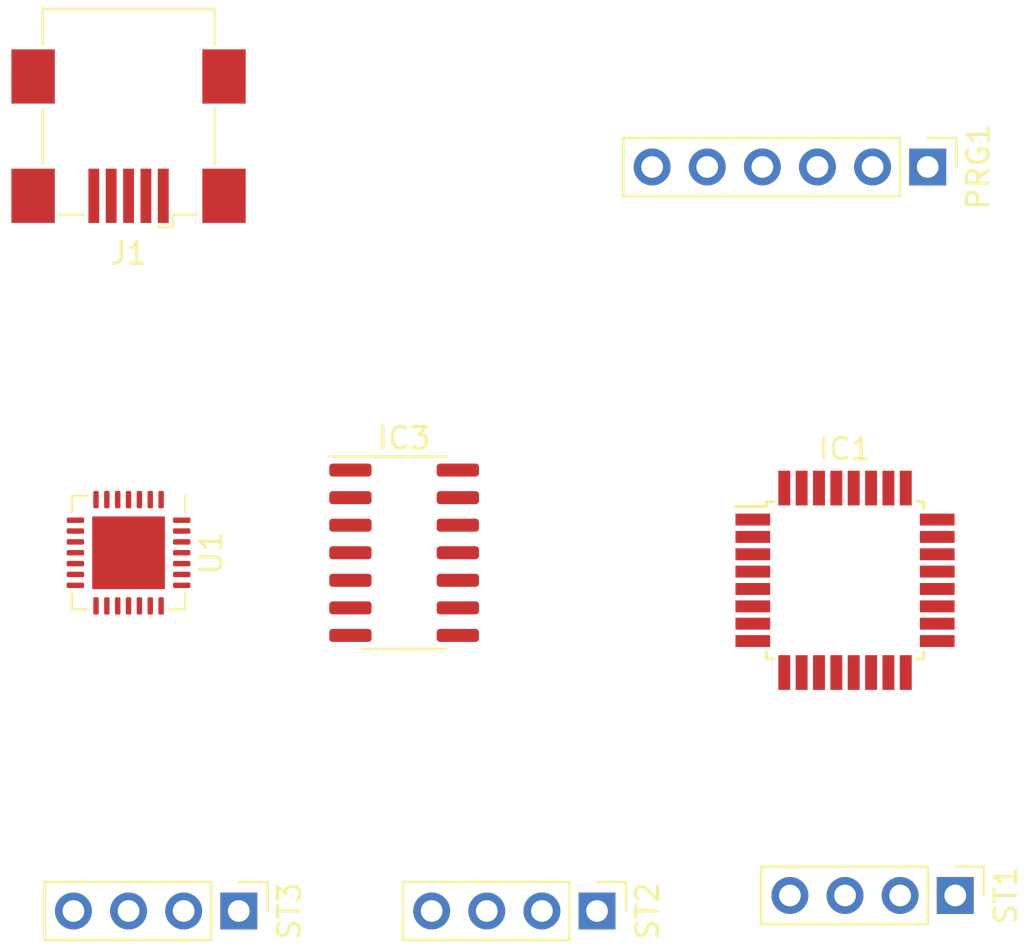
<source format=kicad_pcb>
(kicad_pcb (version 20171130) (host pcbnew 5.0.2+dfsg1-1)

  (general
    (thickness 1.6)
    (drawings 0)
    (tracks 0)
    (zones 0)
    (modules 8)
    (nets 62)
  )

  (page A4)
  (layers
    (0 F.Cu signal)
    (31 B.Cu signal)
    (32 B.Adhes user hide)
    (33 F.Adhes user hide)
    (34 B.Paste user hide)
    (35 F.Paste user hide)
    (36 B.SilkS user)
    (37 F.SilkS user)
    (38 B.Mask user hide)
    (39 F.Mask user hide)
    (40 Dwgs.User user hide)
    (41 Cmts.User user hide)
    (42 Eco1.User user hide)
    (43 Eco2.User user hide)
    (44 Edge.Cuts user)
    (45 Margin user hide)
    (46 B.CrtYd user hide)
    (47 F.CrtYd user hide)
    (48 B.Fab user hide)
    (49 F.Fab user hide)
  )

  (setup
    (last_trace_width 0.25)
    (trace_clearance 0.2)
    (zone_clearance 0.508)
    (zone_45_only no)
    (trace_min 0.2)
    (segment_width 0.2)
    (edge_width 0.15)
    (via_size 0.8)
    (via_drill 0.4)
    (via_min_size 0.4)
    (via_min_drill 0.3)
    (uvia_size 0.3)
    (uvia_drill 0.1)
    (uvias_allowed no)
    (uvia_min_size 0.2)
    (uvia_min_drill 0.1)
    (pcb_text_width 0.3)
    (pcb_text_size 1.5 1.5)
    (mod_edge_width 0.15)
    (mod_text_size 1 1)
    (mod_text_width 0.15)
    (pad_size 1.524 1.524)
    (pad_drill 0.762)
    (pad_to_mask_clearance 0.051)
    (solder_mask_min_width 0.25)
    (aux_axis_origin 0 0)
    (visible_elements FFFFFF7F)
    (pcbplotparams
      (layerselection 0x010fc_ffffffff)
      (usegerberextensions false)
      (usegerberattributes false)
      (usegerberadvancedattributes false)
      (creategerberjobfile false)
      (excludeedgelayer true)
      (linewidth 0.100000)
      (plotframeref false)
      (viasonmask false)
      (mode 1)
      (useauxorigin false)
      (hpglpennumber 1)
      (hpglpenspeed 20)
      (hpglpendiameter 15.000000)
      (psnegative false)
      (psa4output false)
      (plotreference true)
      (plotvalue true)
      (plotinvisibletext false)
      (padsonsilk false)
      (subtractmaskfromsilk false)
      (outputformat 1)
      (mirror false)
      (drillshape 1)
      (scaleselection 1)
      (outputdirectory ""))
  )

  (net 0 "")
  (net 1 "Net-(IC1-Pad1)")
  (net 2 "Net-(IC1-Pad2)")
  (net 3 GND)
  (net 4 +5V)
  (net 5 "Net-(IC1-Pad7)")
  (net 6 "Net-(IC1-Pad8)")
  (net 7 "Net-(IC1-Pad9)")
  (net 8 "Net-(IC1-Pad10)")
  (net 9 /ACT)
  (net 10 "Net-(IC1-Pad12)")
  (net 11 "Net-(IC1-Pad13)")
  (net 12 /SS)
  (net 13 /MOSI)
  (net 14 /MISO)
  (net 15 /SCK)
  (net 16 "Net-(IC1-Pad19)")
  (net 17 "Net-(IC1-Pad22)")
  (net 18 "Net-(IC1-Pad23)")
  (net 19 "Net-(IC1-Pad24)")
  (net 20 "Net-(IC1-Pad25)")
  (net 21 "Net-(IC1-Pad26)")
  (net 22 /SDA)
  (net 23 /SCL)
  (net 24 /RESET)
  (net 25 /RX)
  (net 26 /RXD)
  (net 27 /SUSPEND)
  (net 28 "Net-(U1-Pad1)")
  (net 29 "Net-(U1-Pad2)")
  (net 30 /DP)
  (net 31 /DM)
  (net 32 "Net-(U1-Pad6)")
  (net 33 "Net-(U1-Pad7)")
  (net 34 "Net-(U1-Pad8)")
  (net 35 /RST)
  (net 36 "Net-(U1-Pad10)")
  (net 37 "Net-(U1-Pad11)")
  (net 38 "Net-(U1-Pad13)")
  (net 39 "Net-(U1-Pad14)")
  (net 40 "Net-(U1-Pad15)")
  (net 41 "Net-(U1-Pad16)")
  (net 42 "Net-(U1-Pad17)")
  (net 43 "Net-(U1-Pad18)")
  (net 44 "Net-(U1-Pad19)")
  (net 45 "Net-(U1-Pad20)")
  (net 46 "Net-(U1-Pad21)")
  (net 47 "Net-(U1-Pad22)")
  (net 48 "Net-(U1-Pad23)")
  (net 49 "Net-(U1-Pad24)")
  (net 50 "Net-(U1-Pad25)")
  (net 51 "Net-(U1-Pad26)")
  (net 52 "Net-(U1-Pad27)")
  (net 53 "Net-(U1-Pad28)")
  (net 54 "Net-(J1-Pad4)")
  (net 55 "Net-(IC3-Pad2)")
  (net 56 "Net-(IC3-Pad4)")
  (net 57 /TXD)
  (net 58 "Net-(IC3-Pad8)")
  (net 59 "Net-(IC3-Pad9)")
  (net 60 "Net-(IC3-Pad10)")
  (net 61 "Net-(IC3-Pad12)")

  (net_class Default "This is the default net class."
    (clearance 0.2)
    (trace_width 0.25)
    (via_dia 0.8)
    (via_drill 0.4)
    (uvia_dia 0.3)
    (uvia_drill 0.1)
    (add_net +5V)
    (add_net /ACT)
    (add_net /DM)
    (add_net /DP)
    (add_net /MISO)
    (add_net /MOSI)
    (add_net /RESET)
    (add_net /RST)
    (add_net /RX)
    (add_net /RXD)
    (add_net /SCK)
    (add_net /SCL)
    (add_net /SDA)
    (add_net /SS)
    (add_net /SUSPEND)
    (add_net /TXD)
    (add_net GND)
    (add_net "Net-(IC1-Pad1)")
    (add_net "Net-(IC1-Pad10)")
    (add_net "Net-(IC1-Pad12)")
    (add_net "Net-(IC1-Pad13)")
    (add_net "Net-(IC1-Pad19)")
    (add_net "Net-(IC1-Pad2)")
    (add_net "Net-(IC1-Pad22)")
    (add_net "Net-(IC1-Pad23)")
    (add_net "Net-(IC1-Pad24)")
    (add_net "Net-(IC1-Pad25)")
    (add_net "Net-(IC1-Pad26)")
    (add_net "Net-(IC1-Pad7)")
    (add_net "Net-(IC1-Pad8)")
    (add_net "Net-(IC1-Pad9)")
    (add_net "Net-(IC3-Pad10)")
    (add_net "Net-(IC3-Pad12)")
    (add_net "Net-(IC3-Pad2)")
    (add_net "Net-(IC3-Pad4)")
    (add_net "Net-(IC3-Pad8)")
    (add_net "Net-(IC3-Pad9)")
    (add_net "Net-(J1-Pad4)")
    (add_net "Net-(U1-Pad1)")
    (add_net "Net-(U1-Pad10)")
    (add_net "Net-(U1-Pad11)")
    (add_net "Net-(U1-Pad13)")
    (add_net "Net-(U1-Pad14)")
    (add_net "Net-(U1-Pad15)")
    (add_net "Net-(U1-Pad16)")
    (add_net "Net-(U1-Pad17)")
    (add_net "Net-(U1-Pad18)")
    (add_net "Net-(U1-Pad19)")
    (add_net "Net-(U1-Pad2)")
    (add_net "Net-(U1-Pad20)")
    (add_net "Net-(U1-Pad21)")
    (add_net "Net-(U1-Pad22)")
    (add_net "Net-(U1-Pad23)")
    (add_net "Net-(U1-Pad24)")
    (add_net "Net-(U1-Pad25)")
    (add_net "Net-(U1-Pad26)")
    (add_net "Net-(U1-Pad27)")
    (add_net "Net-(U1-Pad28)")
    (add_net "Net-(U1-Pad6)")
    (add_net "Net-(U1-Pad7)")
    (add_net "Net-(U1-Pad8)")
  )

  (module Package_SO:SOIC-14_3.9x8.7mm_P1.27mm (layer F.Cu) (tedit 5D9F72B1) (tstamp 611FE0A6)
    (at 129.54 97.79)
    (descr "SOIC, 14 Pin (JEDEC MS-012AB, https://www.analog.com/media/en/package-pcb-resources/package/pkg_pdf/soic_narrow-r/r_14.pdf), generated with kicad-footprint-generator ipc_gullwing_generator.py")
    (tags "SOIC SO")
    (path /61156227)
    (attr smd)
    (fp_text reference IC3 (at 0 -5.28) (layer F.SilkS)
      (effects (font (size 1 1) (thickness 0.15)))
    )
    (fp_text value 74HC14 (at 0 5.28) (layer F.Fab)
      (effects (font (size 1 1) (thickness 0.15)))
    )
    (fp_line (start 0 4.435) (end 1.95 4.435) (layer F.SilkS) (width 0.12))
    (fp_line (start 0 4.435) (end -1.95 4.435) (layer F.SilkS) (width 0.12))
    (fp_line (start 0 -4.435) (end 1.95 -4.435) (layer F.SilkS) (width 0.12))
    (fp_line (start 0 -4.435) (end -3.45 -4.435) (layer F.SilkS) (width 0.12))
    (fp_line (start -0.975 -4.325) (end 1.95 -4.325) (layer F.Fab) (width 0.1))
    (fp_line (start 1.95 -4.325) (end 1.95 4.325) (layer F.Fab) (width 0.1))
    (fp_line (start 1.95 4.325) (end -1.95 4.325) (layer F.Fab) (width 0.1))
    (fp_line (start -1.95 4.325) (end -1.95 -3.35) (layer F.Fab) (width 0.1))
    (fp_line (start -1.95 -3.35) (end -0.975 -4.325) (layer F.Fab) (width 0.1))
    (fp_line (start -3.7 -4.58) (end -3.7 4.58) (layer F.CrtYd) (width 0.05))
    (fp_line (start -3.7 4.58) (end 3.7 4.58) (layer F.CrtYd) (width 0.05))
    (fp_line (start 3.7 4.58) (end 3.7 -4.58) (layer F.CrtYd) (width 0.05))
    (fp_line (start 3.7 -4.58) (end -3.7 -4.58) (layer F.CrtYd) (width 0.05))
    (fp_text user %R (at 0 0) (layer F.Fab)
      (effects (font (size 0.98 0.98) (thickness 0.15)))
    )
    (pad 1 smd roundrect (at -2.475 -3.81) (size 1.95 0.6) (layers F.Cu F.Paste F.Mask) (roundrect_rratio 0.25)
      (net 3 GND))
    (pad 2 smd roundrect (at -2.475 -2.54) (size 1.95 0.6) (layers F.Cu F.Paste F.Mask) (roundrect_rratio 0.25)
      (net 55 "Net-(IC3-Pad2)"))
    (pad 3 smd roundrect (at -2.475 -1.27) (size 1.95 0.6) (layers F.Cu F.Paste F.Mask) (roundrect_rratio 0.25)
      (net 3 GND))
    (pad 4 smd roundrect (at -2.475 0) (size 1.95 0.6) (layers F.Cu F.Paste F.Mask) (roundrect_rratio 0.25)
      (net 56 "Net-(IC3-Pad4)"))
    (pad 5 smd roundrect (at -2.475 1.27) (size 1.95 0.6) (layers F.Cu F.Paste F.Mask) (roundrect_rratio 0.25)
      (net 57 /TXD))
    (pad 6 smd roundrect (at -2.475 2.54) (size 1.95 0.6) (layers F.Cu F.Paste F.Mask) (roundrect_rratio 0.25)
      (net 25 /RX))
    (pad 7 smd roundrect (at -2.475 3.81) (size 1.95 0.6) (layers F.Cu F.Paste F.Mask) (roundrect_rratio 0.25)
      (net 3 GND))
    (pad 8 smd roundrect (at 2.475 3.81) (size 1.95 0.6) (layers F.Cu F.Paste F.Mask) (roundrect_rratio 0.25)
      (net 58 "Net-(IC3-Pad8)"))
    (pad 9 smd roundrect (at 2.475 2.54) (size 1.95 0.6) (layers F.Cu F.Paste F.Mask) (roundrect_rratio 0.25)
      (net 59 "Net-(IC3-Pad9)"))
    (pad 10 smd roundrect (at 2.475 1.27) (size 1.95 0.6) (layers F.Cu F.Paste F.Mask) (roundrect_rratio 0.25)
      (net 60 "Net-(IC3-Pad10)"))
    (pad 11 smd roundrect (at 2.475 0) (size 1.95 0.6) (layers F.Cu F.Paste F.Mask) (roundrect_rratio 0.25)
      (net 3 GND))
    (pad 12 smd roundrect (at 2.475 -1.27) (size 1.95 0.6) (layers F.Cu F.Paste F.Mask) (roundrect_rratio 0.25)
      (net 61 "Net-(IC3-Pad12)"))
    (pad 13 smd roundrect (at 2.475 -2.54) (size 1.95 0.6) (layers F.Cu F.Paste F.Mask) (roundrect_rratio 0.25)
      (net 3 GND))
    (pad 14 smd roundrect (at 2.475 -3.81) (size 1.95 0.6) (layers F.Cu F.Paste F.Mask) (roundrect_rratio 0.25)
      (net 4 +5V))
    (model ${KISYS3DMOD}/Package_SO.3dshapes/SOIC-14_3.9x8.7mm_P1.27mm.wrl
      (at (xyz 0 0 0))
      (scale (xyz 1 1 1))
      (rotate (xyz 0 0 0))
    )
  )

  (module Connector_PinHeader_2.54mm:PinHeader_1x04_P2.54mm_Vertical (layer F.Cu) (tedit 59FED5CC) (tstamp 611FA470)
    (at 121.92 114.3 270)
    (descr "Through hole straight pin header, 1x04, 2.54mm pitch, single row")
    (tags "Through hole pin header THT 1x04 2.54mm single row")
    (path /611D4A47)
    (fp_text reference ST3 (at 0 -2.33 270) (layer F.SilkS)
      (effects (font (size 1 1) (thickness 0.15)))
    )
    (fp_text value Conn_01x04 (at 0 9.95 270) (layer F.Fab)
      (effects (font (size 1 1) (thickness 0.15)))
    )
    (fp_line (start -0.635 -1.27) (end 1.27 -1.27) (layer F.Fab) (width 0.1))
    (fp_line (start 1.27 -1.27) (end 1.27 8.89) (layer F.Fab) (width 0.1))
    (fp_line (start 1.27 8.89) (end -1.27 8.89) (layer F.Fab) (width 0.1))
    (fp_line (start -1.27 8.89) (end -1.27 -0.635) (layer F.Fab) (width 0.1))
    (fp_line (start -1.27 -0.635) (end -0.635 -1.27) (layer F.Fab) (width 0.1))
    (fp_line (start -1.33 8.95) (end 1.33 8.95) (layer F.SilkS) (width 0.12))
    (fp_line (start -1.33 1.27) (end -1.33 8.95) (layer F.SilkS) (width 0.12))
    (fp_line (start 1.33 1.27) (end 1.33 8.95) (layer F.SilkS) (width 0.12))
    (fp_line (start -1.33 1.27) (end 1.33 1.27) (layer F.SilkS) (width 0.12))
    (fp_line (start -1.33 0) (end -1.33 -1.33) (layer F.SilkS) (width 0.12))
    (fp_line (start -1.33 -1.33) (end 0 -1.33) (layer F.SilkS) (width 0.12))
    (fp_line (start -1.8 -1.8) (end -1.8 9.4) (layer F.CrtYd) (width 0.05))
    (fp_line (start -1.8 9.4) (end 1.8 9.4) (layer F.CrtYd) (width 0.05))
    (fp_line (start 1.8 9.4) (end 1.8 -1.8) (layer F.CrtYd) (width 0.05))
    (fp_line (start 1.8 -1.8) (end -1.8 -1.8) (layer F.CrtYd) (width 0.05))
    (fp_text user %R (at 0 3.81) (layer F.Fab)
      (effects (font (size 1 1) (thickness 0.15)))
    )
    (pad 1 thru_hole rect (at 0 0 270) (size 1.7 1.7) (drill 1) (layers *.Cu *.Mask)
      (net 4 +5V))
    (pad 2 thru_hole oval (at 0 2.54 270) (size 1.7 1.7) (drill 1) (layers *.Cu *.Mask)
      (net 23 /SCL))
    (pad 3 thru_hole oval (at 0 5.08 270) (size 1.7 1.7) (drill 1) (layers *.Cu *.Mask)
      (net 22 /SDA))
    (pad 4 thru_hole oval (at 0 7.62 270) (size 1.7 1.7) (drill 1) (layers *.Cu *.Mask)
      (net 3 GND))
    (model ${KISYS3DMOD}/Connector_PinHeader_2.54mm.3dshapes/PinHeader_1x04_P2.54mm_Vertical.wrl
      (at (xyz 0 0 0))
      (scale (xyz 1 1 1))
      (rotate (xyz 0 0 0))
    )
  )

  (module Connector_PinHeader_2.54mm:PinHeader_1x04_P2.54mm_Vertical (layer F.Cu) (tedit 59FED5CC) (tstamp 611FA458)
    (at 138.43 114.3 270)
    (descr "Through hole straight pin header, 1x04, 2.54mm pitch, single row")
    (tags "Through hole pin header THT 1x04 2.54mm single row")
    (path /611D49AD)
    (fp_text reference ST2 (at 0 -2.33 270) (layer F.SilkS)
      (effects (font (size 1 1) (thickness 0.15)))
    )
    (fp_text value Conn_01x04 (at 0 9.95 270) (layer F.Fab)
      (effects (font (size 1 1) (thickness 0.15)))
    )
    (fp_text user %R (at 0 3.81) (layer F.Fab)
      (effects (font (size 1 1) (thickness 0.15)))
    )
    (fp_line (start 1.8 -1.8) (end -1.8 -1.8) (layer F.CrtYd) (width 0.05))
    (fp_line (start 1.8 9.4) (end 1.8 -1.8) (layer F.CrtYd) (width 0.05))
    (fp_line (start -1.8 9.4) (end 1.8 9.4) (layer F.CrtYd) (width 0.05))
    (fp_line (start -1.8 -1.8) (end -1.8 9.4) (layer F.CrtYd) (width 0.05))
    (fp_line (start -1.33 -1.33) (end 0 -1.33) (layer F.SilkS) (width 0.12))
    (fp_line (start -1.33 0) (end -1.33 -1.33) (layer F.SilkS) (width 0.12))
    (fp_line (start -1.33 1.27) (end 1.33 1.27) (layer F.SilkS) (width 0.12))
    (fp_line (start 1.33 1.27) (end 1.33 8.95) (layer F.SilkS) (width 0.12))
    (fp_line (start -1.33 1.27) (end -1.33 8.95) (layer F.SilkS) (width 0.12))
    (fp_line (start -1.33 8.95) (end 1.33 8.95) (layer F.SilkS) (width 0.12))
    (fp_line (start -1.27 -0.635) (end -0.635 -1.27) (layer F.Fab) (width 0.1))
    (fp_line (start -1.27 8.89) (end -1.27 -0.635) (layer F.Fab) (width 0.1))
    (fp_line (start 1.27 8.89) (end -1.27 8.89) (layer F.Fab) (width 0.1))
    (fp_line (start 1.27 -1.27) (end 1.27 8.89) (layer F.Fab) (width 0.1))
    (fp_line (start -0.635 -1.27) (end 1.27 -1.27) (layer F.Fab) (width 0.1))
    (pad 4 thru_hole oval (at 0 7.62 270) (size 1.7 1.7) (drill 1) (layers *.Cu *.Mask)
      (net 3 GND))
    (pad 3 thru_hole oval (at 0 5.08 270) (size 1.7 1.7) (drill 1) (layers *.Cu *.Mask)
      (net 22 /SDA))
    (pad 2 thru_hole oval (at 0 2.54 270) (size 1.7 1.7) (drill 1) (layers *.Cu *.Mask)
      (net 23 /SCL))
    (pad 1 thru_hole rect (at 0 0 270) (size 1.7 1.7) (drill 1) (layers *.Cu *.Mask)
      (net 4 +5V))
    (model ${KISYS3DMOD}/Connector_PinHeader_2.54mm.3dshapes/PinHeader_1x04_P2.54mm_Vertical.wrl
      (at (xyz 0 0 0))
      (scale (xyz 1 1 1))
      (rotate (xyz 0 0 0))
    )
  )

  (module Connector_PinHeader_2.54mm:PinHeader_1x04_P2.54mm_Vertical (layer F.Cu) (tedit 59FED5CC) (tstamp 611FA440)
    (at 154.94 113.585001 270)
    (descr "Through hole straight pin header, 1x04, 2.54mm pitch, single row")
    (tags "Through hole pin header THT 1x04 2.54mm single row")
    (path /611D461C)
    (fp_text reference ST1 (at 0 -2.33 270) (layer F.SilkS)
      (effects (font (size 1 1) (thickness 0.15)))
    )
    (fp_text value Conn_01x04 (at 0 9.95 270) (layer F.Fab)
      (effects (font (size 1 1) (thickness 0.15)))
    )
    (fp_line (start -0.635 -1.27) (end 1.27 -1.27) (layer F.Fab) (width 0.1))
    (fp_line (start 1.27 -1.27) (end 1.27 8.89) (layer F.Fab) (width 0.1))
    (fp_line (start 1.27 8.89) (end -1.27 8.89) (layer F.Fab) (width 0.1))
    (fp_line (start -1.27 8.89) (end -1.27 -0.635) (layer F.Fab) (width 0.1))
    (fp_line (start -1.27 -0.635) (end -0.635 -1.27) (layer F.Fab) (width 0.1))
    (fp_line (start -1.33 8.95) (end 1.33 8.95) (layer F.SilkS) (width 0.12))
    (fp_line (start -1.33 1.27) (end -1.33 8.95) (layer F.SilkS) (width 0.12))
    (fp_line (start 1.33 1.27) (end 1.33 8.95) (layer F.SilkS) (width 0.12))
    (fp_line (start -1.33 1.27) (end 1.33 1.27) (layer F.SilkS) (width 0.12))
    (fp_line (start -1.33 0) (end -1.33 -1.33) (layer F.SilkS) (width 0.12))
    (fp_line (start -1.33 -1.33) (end 0 -1.33) (layer F.SilkS) (width 0.12))
    (fp_line (start -1.8 -1.8) (end -1.8 9.4) (layer F.CrtYd) (width 0.05))
    (fp_line (start -1.8 9.4) (end 1.8 9.4) (layer F.CrtYd) (width 0.05))
    (fp_line (start 1.8 9.4) (end 1.8 -1.8) (layer F.CrtYd) (width 0.05))
    (fp_line (start 1.8 -1.8) (end -1.8 -1.8) (layer F.CrtYd) (width 0.05))
    (fp_text user %R (at 0 3.81) (layer F.Fab)
      (effects (font (size 1 1) (thickness 0.15)))
    )
    (pad 1 thru_hole rect (at 0 0 270) (size 1.7 1.7) (drill 1) (layers *.Cu *.Mask)
      (net 4 +5V))
    (pad 2 thru_hole oval (at 0 2.54 270) (size 1.7 1.7) (drill 1) (layers *.Cu *.Mask)
      (net 23 /SCL))
    (pad 3 thru_hole oval (at 0 5.08 270) (size 1.7 1.7) (drill 1) (layers *.Cu *.Mask)
      (net 22 /SDA))
    (pad 4 thru_hole oval (at 0 7.62 270) (size 1.7 1.7) (drill 1) (layers *.Cu *.Mask)
      (net 3 GND))
    (model ${KISYS3DMOD}/Connector_PinHeader_2.54mm.3dshapes/PinHeader_1x04_P2.54mm_Vertical.wrl
      (at (xyz 0 0 0))
      (scale (xyz 1 1 1))
      (rotate (xyz 0 0 0))
    )
  )

  (module Connector_PinHeader_2.54mm:PinHeader_1x06_P2.54mm_Vertical (layer F.Cu) (tedit 59FED5CC) (tstamp 611FA428)
    (at 153.67 80.01 270)
    (descr "Through hole straight pin header, 1x06, 2.54mm pitch, single row")
    (tags "Through hole pin header THT 1x06 2.54mm single row")
    (path /611D39B1)
    (fp_text reference PRG1 (at 0 -2.33 270) (layer F.SilkS)
      (effects (font (size 1 1) (thickness 0.15)))
    )
    (fp_text value Conn_01x06 (at 0 15.03 270) (layer F.Fab)
      (effects (font (size 1 1) (thickness 0.15)))
    )
    (fp_line (start -0.635 -1.27) (end 1.27 -1.27) (layer F.Fab) (width 0.1))
    (fp_line (start 1.27 -1.27) (end 1.27 13.97) (layer F.Fab) (width 0.1))
    (fp_line (start 1.27 13.97) (end -1.27 13.97) (layer F.Fab) (width 0.1))
    (fp_line (start -1.27 13.97) (end -1.27 -0.635) (layer F.Fab) (width 0.1))
    (fp_line (start -1.27 -0.635) (end -0.635 -1.27) (layer F.Fab) (width 0.1))
    (fp_line (start -1.33 14.03) (end 1.33 14.03) (layer F.SilkS) (width 0.12))
    (fp_line (start -1.33 1.27) (end -1.33 14.03) (layer F.SilkS) (width 0.12))
    (fp_line (start 1.33 1.27) (end 1.33 14.03) (layer F.SilkS) (width 0.12))
    (fp_line (start -1.33 1.27) (end 1.33 1.27) (layer F.SilkS) (width 0.12))
    (fp_line (start -1.33 0) (end -1.33 -1.33) (layer F.SilkS) (width 0.12))
    (fp_line (start -1.33 -1.33) (end 0 -1.33) (layer F.SilkS) (width 0.12))
    (fp_line (start -1.8 -1.8) (end -1.8 14.5) (layer F.CrtYd) (width 0.05))
    (fp_line (start -1.8 14.5) (end 1.8 14.5) (layer F.CrtYd) (width 0.05))
    (fp_line (start 1.8 14.5) (end 1.8 -1.8) (layer F.CrtYd) (width 0.05))
    (fp_line (start 1.8 -1.8) (end -1.8 -1.8) (layer F.CrtYd) (width 0.05))
    (fp_text user %R (at 0 6.35) (layer F.Fab)
      (effects (font (size 1 1) (thickness 0.15)))
    )
    (pad 1 thru_hole rect (at 0 0 270) (size 1.7 1.7) (drill 1) (layers *.Cu *.Mask)
      (net 15 /SCK))
    (pad 2 thru_hole oval (at 0 2.54 270) (size 1.7 1.7) (drill 1) (layers *.Cu *.Mask)
      (net 4 +5V))
    (pad 3 thru_hole oval (at 0 5.08 270) (size 1.7 1.7) (drill 1) (layers *.Cu *.Mask)
      (net 14 /MISO))
    (pad 4 thru_hole oval (at 0 7.62 270) (size 1.7 1.7) (drill 1) (layers *.Cu *.Mask)
      (net 13 /MOSI))
    (pad 5 thru_hole oval (at 0 10.16 270) (size 1.7 1.7) (drill 1) (layers *.Cu *.Mask)
      (net 24 /RESET))
    (pad 6 thru_hole oval (at 0 12.7 270) (size 1.7 1.7) (drill 1) (layers *.Cu *.Mask)
      (net 3 GND))
    (model ${KISYS3DMOD}/Connector_PinHeader_2.54mm.3dshapes/PinHeader_1x06_P2.54mm_Vertical.wrl
      (at (xyz 0 0 0))
      (scale (xyz 1 1 1))
      (rotate (xyz 0 0 0))
    )
  )

  (module Connector_USB:USB_Mini-B_Wuerth_65100516121_Horizontal (layer F.Cu) (tedit 5D90ED94) (tstamp 611FA40E)
    (at 116.84 78.74 180)
    (descr "Mini USB 2.0 Type B SMT Horizontal 5 Contacts (https://katalog.we-online.de/em/datasheet/65100516121.pdf)")
    (tags "Mini USB 2.0 Type B")
    (path /611D3331)
    (attr smd)
    (fp_text reference J1 (at 0 -5.25 180) (layer F.SilkS)
      (effects (font (size 1 1) (thickness 0.15)))
    )
    (fp_text value USB_B_Mini (at 0 7.35 180) (layer F.Fab)
      (effects (font (size 1 1) (thickness 0.15)))
    )
    (fp_line (start -3.85 -3.35) (end -1.9 -3.35) (layer F.Fab) (width 0.1))
    (fp_line (start 3.85 -3.35) (end 3.85 5.9) (layer F.Fab) (width 0.1))
    (fp_line (start 3.85 5.9) (end -3.85 5.9) (layer F.Fab) (width 0.1))
    (fp_line (start -3.85 5.9) (end -3.85 -3.35) (layer F.Fab) (width 0.1))
    (fp_line (start -3.96 1.45) (end -3.96 -1.15) (layer F.SilkS) (width 0.12))
    (fp_line (start 3.96 -1.15) (end 3.96 1.45) (layer F.SilkS) (width 0.12))
    (fp_line (start -3.2 -3.46) (end -2.05 -3.46) (layer F.SilkS) (width 0.12))
    (fp_line (start -2.05 -3.46) (end -2.05 -4.05) (layer F.SilkS) (width 0.12))
    (fp_line (start -2.05 -4.05) (end -1.35 -4.05) (layer F.SilkS) (width 0.12))
    (fp_line (start 2.05 -3.46) (end 3.2 -3.46) (layer F.SilkS) (width 0.12))
    (fp_line (start -3.96 4.35) (end -3.96 6.01) (layer F.SilkS) (width 0.12))
    (fp_line (start -3.96 6.01) (end 3.96 6.01) (layer F.SilkS) (width 0.12))
    (fp_line (start 3.96 6.01) (end 3.96 4.35) (layer F.SilkS) (width 0.12))
    (fp_line (start -5.9 -0.85) (end -5.9 -4.35) (layer F.CrtYd) (width 0.05))
    (fp_line (start -5.9 -4.35) (end 5.9 -4.35) (layer F.CrtYd) (width 0.05))
    (fp_line (start 5.9 -4.35) (end 5.9 -0.85) (layer F.CrtYd) (width 0.05))
    (fp_line (start 4.35 6.4) (end -4.35 6.4) (layer F.CrtYd) (width 0.05))
    (fp_text user %R (at 0 0 180) (layer F.Fab)
      (effects (font (size 1 1) (thickness 0.15)))
    )
    (fp_line (start -1.9 -3.35) (end -1.6 -2.85) (layer F.Fab) (width 0.1))
    (fp_line (start -1.6 -2.85) (end -1.3 -3.35) (layer F.Fab) (width 0.1))
    (fp_line (start -1.3 -3.35) (end 3.85 -3.35) (layer F.Fab) (width 0.1))
    (fp_line (start -4.35 6.4) (end -4.35 4.65) (layer F.CrtYd) (width 0.05))
    (fp_line (start 4.35 4.65) (end 4.35 6.4) (layer F.CrtYd) (width 0.05))
    (fp_line (start -4.35 1.15) (end -4.35 -0.85) (layer F.CrtYd) (width 0.05))
    (fp_line (start 4.35 -0.85) (end 4.35 1.15) (layer F.CrtYd) (width 0.05))
    (fp_line (start 5.9 4.65) (end 4.35 4.65) (layer F.CrtYd) (width 0.05))
    (fp_line (start 4.35 1.15) (end 5.9 1.15) (layer F.CrtYd) (width 0.05))
    (fp_line (start 5.9 -0.85) (end 4.35 -0.85) (layer F.CrtYd) (width 0.05))
    (fp_line (start 5.9 1.15) (end 5.9 4.65) (layer F.CrtYd) (width 0.05))
    (fp_line (start -4.35 4.65) (end -5.89 4.65) (layer F.CrtYd) (width 0.05))
    (fp_line (start -5.9 1.15) (end -4.35 1.15) (layer F.CrtYd) (width 0.05))
    (fp_line (start -4.35 -0.85) (end -5.9 -0.85) (layer F.CrtYd) (width 0.05))
    (fp_line (start -5.89 4.65) (end -5.9 1.15) (layer F.CrtYd) (width 0.05))
    (pad 6 smd rect (at -4.4 2.9 180) (size 2 2.5) (layers F.Cu F.Paste F.Mask)
      (net 3 GND))
    (pad 6 smd rect (at 4.4 2.9 180) (size 2 2.5) (layers F.Cu F.Paste F.Mask)
      (net 3 GND))
    (pad 6 smd rect (at -4.4 -2.6 180) (size 2 2.5) (layers F.Cu F.Paste F.Mask)
      (net 3 GND))
    (pad 6 smd rect (at 4.4 -2.6 180) (size 2 2.5) (layers F.Cu F.Paste F.Mask)
      (net 3 GND))
    (pad 1 smd rect (at -1.6 -2.6 180) (size 0.5 2.5) (layers F.Cu F.Paste F.Mask)
      (net 4 +5V))
    (pad 2 smd rect (at -0.8 -2.6 180) (size 0.5 2.5) (layers F.Cu F.Paste F.Mask)
      (net 31 /DM))
    (pad 3 smd rect (at 0 -2.6 180) (size 0.5 2.5) (layers F.Cu F.Paste F.Mask)
      (net 30 /DP))
    (pad 4 smd rect (at 0.8 -2.6 180) (size 0.5 2.5) (layers F.Cu F.Paste F.Mask)
      (net 54 "Net-(J1-Pad4)"))
    (pad 5 smd rect (at 1.6 -2.6 180) (size 0.5 2.5) (layers F.Cu F.Paste F.Mask)
      (net 3 GND))
    (pad "" np_thru_hole circle (at -2.2 0 180) (size 0.9 0.9) (drill 0.9) (layers *.Cu *.Mask))
    (pad "" np_thru_hole circle (at 2.2 0 180) (size 0.9 0.9) (drill 0.9) (layers *.Cu *.Mask))
    (model ${KISYS3DMOD}/Connector_USB.3dshapes/USB_Mini-B_Wuerth_65100516121_Horizontal.wrl
      (at (xyz 0 0 0))
      (scale (xyz 1 1 1))
      (rotate (xyz 0 0 0))
    )
  )

  (module Package_DFN_QFN:QFN-28-1EP_5x5mm_P0.5mm_EP3.35x3.35mm (layer F.Cu) (tedit 5DC5F6A4) (tstamp 611D05F1)
    (at 116.84 97.79 270)
    (descr "QFN, 28 Pin (http://ww1.microchip.com/downloads/en/PackagingSpec/00000049BQ.pdf#page=283), generated with kicad-footprint-generator ipc_noLead_generator.py")
    (tags "QFN NoLead")
    (path /611972F9)
    (attr smd)
    (fp_text reference U1 (at 0 -3.8 270) (layer F.SilkS)
      (effects (font (size 1 1) (thickness 0.15)))
    )
    (fp_text value CP2102 (at 0 3.8 270) (layer F.Fab)
      (effects (font (size 1 1) (thickness 0.15)))
    )
    (fp_line (start 1.885 -2.61) (end 2.61 -2.61) (layer F.SilkS) (width 0.12))
    (fp_line (start 2.61 -2.61) (end 2.61 -1.885) (layer F.SilkS) (width 0.12))
    (fp_line (start -1.885 2.61) (end -2.61 2.61) (layer F.SilkS) (width 0.12))
    (fp_line (start -2.61 2.61) (end -2.61 1.885) (layer F.SilkS) (width 0.12))
    (fp_line (start 1.885 2.61) (end 2.61 2.61) (layer F.SilkS) (width 0.12))
    (fp_line (start 2.61 2.61) (end 2.61 1.885) (layer F.SilkS) (width 0.12))
    (fp_line (start -1.885 -2.61) (end -2.61 -2.61) (layer F.SilkS) (width 0.12))
    (fp_line (start -1.5 -2.5) (end 2.5 -2.5) (layer F.Fab) (width 0.1))
    (fp_line (start 2.5 -2.5) (end 2.5 2.5) (layer F.Fab) (width 0.1))
    (fp_line (start 2.5 2.5) (end -2.5 2.5) (layer F.Fab) (width 0.1))
    (fp_line (start -2.5 2.5) (end -2.5 -1.5) (layer F.Fab) (width 0.1))
    (fp_line (start -2.5 -1.5) (end -1.5 -2.5) (layer F.Fab) (width 0.1))
    (fp_line (start -3.1 -3.1) (end -3.1 3.1) (layer F.CrtYd) (width 0.05))
    (fp_line (start -3.1 3.1) (end 3.1 3.1) (layer F.CrtYd) (width 0.05))
    (fp_line (start 3.1 3.1) (end 3.1 -3.1) (layer F.CrtYd) (width 0.05))
    (fp_line (start 3.1 -3.1) (end -3.1 -3.1) (layer F.CrtYd) (width 0.05))
    (fp_text user %R (at 0 0 270) (layer F.Fab)
      (effects (font (size 1 1) (thickness 0.15)))
    )
    (pad 1 smd roundrect (at -2.45 -1.5 270) (size 0.8 0.25) (layers F.Cu F.Paste F.Mask) (roundrect_rratio 0.25)
      (net 28 "Net-(U1-Pad1)"))
    (pad 2 smd roundrect (at -2.45 -1 270) (size 0.8 0.25) (layers F.Cu F.Paste F.Mask) (roundrect_rratio 0.25)
      (net 29 "Net-(U1-Pad2)"))
    (pad 3 smd roundrect (at -2.45 -0.5 270) (size 0.8 0.25) (layers F.Cu F.Paste F.Mask) (roundrect_rratio 0.25)
      (net 3 GND))
    (pad 4 smd roundrect (at -2.45 0 270) (size 0.8 0.25) (layers F.Cu F.Paste F.Mask) (roundrect_rratio 0.25)
      (net 30 /DP))
    (pad 5 smd roundrect (at -2.45 0.5 270) (size 0.8 0.25) (layers F.Cu F.Paste F.Mask) (roundrect_rratio 0.25)
      (net 31 /DM))
    (pad 6 smd roundrect (at -2.45 1 270) (size 0.8 0.25) (layers F.Cu F.Paste F.Mask) (roundrect_rratio 0.25)
      (net 32 "Net-(U1-Pad6)"))
    (pad 7 smd roundrect (at -2.45 1.5 270) (size 0.8 0.25) (layers F.Cu F.Paste F.Mask) (roundrect_rratio 0.25)
      (net 33 "Net-(U1-Pad7)"))
    (pad 8 smd roundrect (at -1.5 2.45 270) (size 0.25 0.8) (layers F.Cu F.Paste F.Mask) (roundrect_rratio 0.25)
      (net 34 "Net-(U1-Pad8)"))
    (pad 9 smd roundrect (at -1 2.45 270) (size 0.25 0.8) (layers F.Cu F.Paste F.Mask) (roundrect_rratio 0.25)
      (net 35 /RST))
    (pad 10 smd roundrect (at -0.5 2.45 270) (size 0.25 0.8) (layers F.Cu F.Paste F.Mask) (roundrect_rratio 0.25)
      (net 36 "Net-(U1-Pad10)"))
    (pad 11 smd roundrect (at 0 2.45 270) (size 0.25 0.8) (layers F.Cu F.Paste F.Mask) (roundrect_rratio 0.25)
      (net 37 "Net-(U1-Pad11)"))
    (pad 12 smd roundrect (at 0.5 2.45 270) (size 0.25 0.8) (layers F.Cu F.Paste F.Mask) (roundrect_rratio 0.25)
      (net 27 /SUSPEND))
    (pad 13 smd roundrect (at 1 2.45 270) (size 0.25 0.8) (layers F.Cu F.Paste F.Mask) (roundrect_rratio 0.25)
      (net 38 "Net-(U1-Pad13)"))
    (pad 14 smd roundrect (at 1.5 2.45 270) (size 0.25 0.8) (layers F.Cu F.Paste F.Mask) (roundrect_rratio 0.25)
      (net 39 "Net-(U1-Pad14)"))
    (pad 15 smd roundrect (at 2.45 1.5 270) (size 0.8 0.25) (layers F.Cu F.Paste F.Mask) (roundrect_rratio 0.25)
      (net 40 "Net-(U1-Pad15)"))
    (pad 16 smd roundrect (at 2.45 1 270) (size 0.8 0.25) (layers F.Cu F.Paste F.Mask) (roundrect_rratio 0.25)
      (net 41 "Net-(U1-Pad16)"))
    (pad 17 smd roundrect (at 2.45 0.5 270) (size 0.8 0.25) (layers F.Cu F.Paste F.Mask) (roundrect_rratio 0.25)
      (net 42 "Net-(U1-Pad17)"))
    (pad 18 smd roundrect (at 2.45 0 270) (size 0.8 0.25) (layers F.Cu F.Paste F.Mask) (roundrect_rratio 0.25)
      (net 43 "Net-(U1-Pad18)"))
    (pad 19 smd roundrect (at 2.45 -0.5 270) (size 0.8 0.25) (layers F.Cu F.Paste F.Mask) (roundrect_rratio 0.25)
      (net 44 "Net-(U1-Pad19)"))
    (pad 20 smd roundrect (at 2.45 -1 270) (size 0.8 0.25) (layers F.Cu F.Paste F.Mask) (roundrect_rratio 0.25)
      (net 45 "Net-(U1-Pad20)"))
    (pad 21 smd roundrect (at 2.45 -1.5 270) (size 0.8 0.25) (layers F.Cu F.Paste F.Mask) (roundrect_rratio 0.25)
      (net 46 "Net-(U1-Pad21)"))
    (pad 22 smd roundrect (at 1.5 -2.45 270) (size 0.25 0.8) (layers F.Cu F.Paste F.Mask) (roundrect_rratio 0.25)
      (net 47 "Net-(U1-Pad22)"))
    (pad 23 smd roundrect (at 1 -2.45 270) (size 0.25 0.8) (layers F.Cu F.Paste F.Mask) (roundrect_rratio 0.25)
      (net 48 "Net-(U1-Pad23)"))
    (pad 24 smd roundrect (at 0.5 -2.45 270) (size 0.25 0.8) (layers F.Cu F.Paste F.Mask) (roundrect_rratio 0.25)
      (net 49 "Net-(U1-Pad24)"))
    (pad 25 smd roundrect (at 0 -2.45 270) (size 0.25 0.8) (layers F.Cu F.Paste F.Mask) (roundrect_rratio 0.25)
      (net 50 "Net-(U1-Pad25)"))
    (pad 26 smd roundrect (at -0.5 -2.45 270) (size 0.25 0.8) (layers F.Cu F.Paste F.Mask) (roundrect_rratio 0.25)
      (net 51 "Net-(U1-Pad26)"))
    (pad 27 smd roundrect (at -1 -2.45 270) (size 0.25 0.8) (layers F.Cu F.Paste F.Mask) (roundrect_rratio 0.25)
      (net 52 "Net-(U1-Pad27)"))
    (pad 28 smd roundrect (at -1.5 -2.45 270) (size 0.25 0.8) (layers F.Cu F.Paste F.Mask) (roundrect_rratio 0.25)
      (net 53 "Net-(U1-Pad28)"))
    (pad 29 smd rect (at 0 0 270) (size 3.35 3.35) (layers F.Cu F.Mask)
      (net 3 GND))
    (pad "" smd roundrect (at -1.12 -1.12 270) (size 0.9 0.9) (layers F.Paste) (roundrect_rratio 0.25))
    (pad "" smd roundrect (at -1.12 0 270) (size 0.9 0.9) (layers F.Paste) (roundrect_rratio 0.25))
    (pad "" smd roundrect (at -1.12 1.12 270) (size 0.9 0.9) (layers F.Paste) (roundrect_rratio 0.25))
    (pad "" smd roundrect (at 0 -1.12 270) (size 0.9 0.9) (layers F.Paste) (roundrect_rratio 0.25))
    (pad "" smd roundrect (at 0 0 270) (size 0.9 0.9) (layers F.Paste) (roundrect_rratio 0.25))
    (pad "" smd roundrect (at 0 1.12 270) (size 0.9 0.9) (layers F.Paste) (roundrect_rratio 0.25))
    (pad "" smd roundrect (at 1.12 -1.12 270) (size 0.9 0.9) (layers F.Paste) (roundrect_rratio 0.25))
    (pad "" smd roundrect (at 1.12 0 270) (size 0.9 0.9) (layers F.Paste) (roundrect_rratio 0.25))
    (pad "" smd roundrect (at 1.12 1.12 270) (size 0.9 0.9) (layers F.Paste) (roundrect_rratio 0.25))
    (model ${KISYS3DMOD}/Package_DFN_QFN.3dshapes/QFN-28-1EP_5x5mm_P0.5mm_EP3.35x3.35mm.wrl
      (at (xyz 0 0 0))
      (scale (xyz 1 1 1))
      (rotate (xyz 0 0 0))
    )
  )

  (module Package_QFP:TQFP-32_7x7mm_P0.8mm (layer F.Cu) (tedit 5A02F146) (tstamp 611D0824)
    (at 149.86 99.06)
    (descr "32-Lead Plastic Thin Quad Flatpack (PT) - 7x7x1.0 mm Body, 2.00 mm [TQFP] (see Microchip Packaging Specification 00000049BS.pdf)")
    (tags "QFP 0.8")
    (path /61155886)
    (attr smd)
    (fp_text reference IC1 (at 0 -6.05) (layer F.SilkS)
      (effects (font (size 1 1) (thickness 0.15)))
    )
    (fp_text value ATmega88PA-AU (at 0 6.05) (layer F.Fab)
      (effects (font (size 1 1) (thickness 0.15)))
    )
    (fp_text user %R (at 0 0) (layer F.Fab)
      (effects (font (size 1 1) (thickness 0.15)))
    )
    (fp_line (start -2.5 -3.5) (end 3.5 -3.5) (layer F.Fab) (width 0.15))
    (fp_line (start 3.5 -3.5) (end 3.5 3.5) (layer F.Fab) (width 0.15))
    (fp_line (start 3.5 3.5) (end -3.5 3.5) (layer F.Fab) (width 0.15))
    (fp_line (start -3.5 3.5) (end -3.5 -2.5) (layer F.Fab) (width 0.15))
    (fp_line (start -3.5 -2.5) (end -2.5 -3.5) (layer F.Fab) (width 0.15))
    (fp_line (start -5.3 -5.3) (end -5.3 5.3) (layer F.CrtYd) (width 0.05))
    (fp_line (start 5.3 -5.3) (end 5.3 5.3) (layer F.CrtYd) (width 0.05))
    (fp_line (start -5.3 -5.3) (end 5.3 -5.3) (layer F.CrtYd) (width 0.05))
    (fp_line (start -5.3 5.3) (end 5.3 5.3) (layer F.CrtYd) (width 0.05))
    (fp_line (start -3.625 -3.625) (end -3.625 -3.4) (layer F.SilkS) (width 0.15))
    (fp_line (start 3.625 -3.625) (end 3.625 -3.3) (layer F.SilkS) (width 0.15))
    (fp_line (start 3.625 3.625) (end 3.625 3.3) (layer F.SilkS) (width 0.15))
    (fp_line (start -3.625 3.625) (end -3.625 3.3) (layer F.SilkS) (width 0.15))
    (fp_line (start -3.625 -3.625) (end -3.3 -3.625) (layer F.SilkS) (width 0.15))
    (fp_line (start -3.625 3.625) (end -3.3 3.625) (layer F.SilkS) (width 0.15))
    (fp_line (start 3.625 3.625) (end 3.3 3.625) (layer F.SilkS) (width 0.15))
    (fp_line (start 3.625 -3.625) (end 3.3 -3.625) (layer F.SilkS) (width 0.15))
    (fp_line (start -3.625 -3.4) (end -5.05 -3.4) (layer F.SilkS) (width 0.15))
    (pad 1 smd rect (at -4.25 -2.8) (size 1.6 0.55) (layers F.Cu F.Paste F.Mask)
      (net 1 "Net-(IC1-Pad1)"))
    (pad 2 smd rect (at -4.25 -2) (size 1.6 0.55) (layers F.Cu F.Paste F.Mask)
      (net 2 "Net-(IC1-Pad2)"))
    (pad 3 smd rect (at -4.25 -1.2) (size 1.6 0.55) (layers F.Cu F.Paste F.Mask)
      (net 3 GND))
    (pad 4 smd rect (at -4.25 -0.4) (size 1.6 0.55) (layers F.Cu F.Paste F.Mask)
      (net 4 +5V))
    (pad 5 smd rect (at -4.25 0.4) (size 1.6 0.55) (layers F.Cu F.Paste F.Mask)
      (net 3 GND))
    (pad 6 smd rect (at -4.25 1.2) (size 1.6 0.55) (layers F.Cu F.Paste F.Mask)
      (net 4 +5V))
    (pad 7 smd rect (at -4.25 2) (size 1.6 0.55) (layers F.Cu F.Paste F.Mask)
      (net 5 "Net-(IC1-Pad7)"))
    (pad 8 smd rect (at -4.25 2.8) (size 1.6 0.55) (layers F.Cu F.Paste F.Mask)
      (net 6 "Net-(IC1-Pad8)"))
    (pad 9 smd rect (at -2.8 4.25 90) (size 1.6 0.55) (layers F.Cu F.Paste F.Mask)
      (net 7 "Net-(IC1-Pad9)"))
    (pad 10 smd rect (at -2 4.25 90) (size 1.6 0.55) (layers F.Cu F.Paste F.Mask)
      (net 8 "Net-(IC1-Pad10)"))
    (pad 11 smd rect (at -1.2 4.25 90) (size 1.6 0.55) (layers F.Cu F.Paste F.Mask)
      (net 9 /ACT))
    (pad 12 smd rect (at -0.4 4.25 90) (size 1.6 0.55) (layers F.Cu F.Paste F.Mask)
      (net 10 "Net-(IC1-Pad12)"))
    (pad 13 smd rect (at 0.4 4.25 90) (size 1.6 0.55) (layers F.Cu F.Paste F.Mask)
      (net 11 "Net-(IC1-Pad13)"))
    (pad 14 smd rect (at 1.2 4.25 90) (size 1.6 0.55) (layers F.Cu F.Paste F.Mask)
      (net 12 /SS))
    (pad 15 smd rect (at 2 4.25 90) (size 1.6 0.55) (layers F.Cu F.Paste F.Mask)
      (net 13 /MOSI))
    (pad 16 smd rect (at 2.8 4.25 90) (size 1.6 0.55) (layers F.Cu F.Paste F.Mask)
      (net 14 /MISO))
    (pad 17 smd rect (at 4.25 2.8) (size 1.6 0.55) (layers F.Cu F.Paste F.Mask)
      (net 15 /SCK))
    (pad 18 smd rect (at 4.25 2) (size 1.6 0.55) (layers F.Cu F.Paste F.Mask)
      (net 4 +5V))
    (pad 19 smd rect (at 4.25 1.2) (size 1.6 0.55) (layers F.Cu F.Paste F.Mask)
      (net 16 "Net-(IC1-Pad19)"))
    (pad 20 smd rect (at 4.25 0.4) (size 1.6 0.55) (layers F.Cu F.Paste F.Mask)
      (net 4 +5V))
    (pad 21 smd rect (at 4.25 -0.4) (size 1.6 0.55) (layers F.Cu F.Paste F.Mask)
      (net 3 GND))
    (pad 22 smd rect (at 4.25 -1.2) (size 1.6 0.55) (layers F.Cu F.Paste F.Mask)
      (net 17 "Net-(IC1-Pad22)"))
    (pad 23 smd rect (at 4.25 -2) (size 1.6 0.55) (layers F.Cu F.Paste F.Mask)
      (net 18 "Net-(IC1-Pad23)"))
    (pad 24 smd rect (at 4.25 -2.8) (size 1.6 0.55) (layers F.Cu F.Paste F.Mask)
      (net 19 "Net-(IC1-Pad24)"))
    (pad 25 smd rect (at 2.8 -4.25 90) (size 1.6 0.55) (layers F.Cu F.Paste F.Mask)
      (net 20 "Net-(IC1-Pad25)"))
    (pad 26 smd rect (at 2 -4.25 90) (size 1.6 0.55) (layers F.Cu F.Paste F.Mask)
      (net 21 "Net-(IC1-Pad26)"))
    (pad 27 smd rect (at 1.2 -4.25 90) (size 1.6 0.55) (layers F.Cu F.Paste F.Mask)
      (net 22 /SDA))
    (pad 28 smd rect (at 0.4 -4.25 90) (size 1.6 0.55) (layers F.Cu F.Paste F.Mask)
      (net 23 /SCL))
    (pad 29 smd rect (at -0.4 -4.25 90) (size 1.6 0.55) (layers F.Cu F.Paste F.Mask)
      (net 24 /RESET))
    (pad 30 smd rect (at -1.2 -4.25 90) (size 1.6 0.55) (layers F.Cu F.Paste F.Mask)
      (net 25 /RX))
    (pad 31 smd rect (at -2 -4.25 90) (size 1.6 0.55) (layers F.Cu F.Paste F.Mask)
      (net 26 /RXD))
    (pad 32 smd rect (at -2.8 -4.25 90) (size 1.6 0.55) (layers F.Cu F.Paste F.Mask)
      (net 27 /SUSPEND))
    (model ${KISYS3DMOD}/Package_QFP.3dshapes/TQFP-32_7x7mm_P0.8mm.wrl
      (at (xyz 0 0 0))
      (scale (xyz 1 1 1))
      (rotate (xyz 0 0 0))
    )
  )

)

</source>
